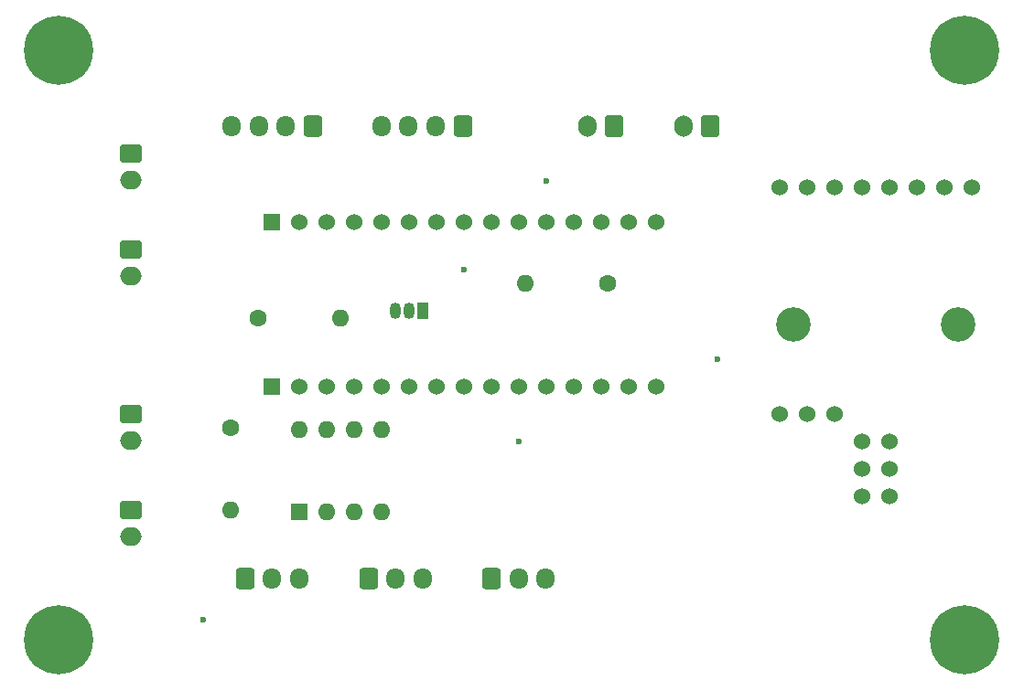
<source format=gbr>
%TF.GenerationSoftware,KiCad,Pcbnew,7.0.5*%
%TF.CreationDate,2023-08-26T23:21:22+09:00*%
%TF.ProjectId,Motherbord_Master,4d6f7468-6572-4626-9f72-645f4d617374,rev?*%
%TF.SameCoordinates,Original*%
%TF.FileFunction,Soldermask,Top*%
%TF.FilePolarity,Negative*%
%FSLAX46Y46*%
G04 Gerber Fmt 4.6, Leading zero omitted, Abs format (unit mm)*
G04 Created by KiCad (PCBNEW 7.0.5) date 2023-08-26 23:21:22*
%MOMM*%
%LPD*%
G01*
G04 APERTURE LIST*
G04 Aperture macros list*
%AMRoundRect*
0 Rectangle with rounded corners*
0 $1 Rounding radius*
0 $2 $3 $4 $5 $6 $7 $8 $9 X,Y pos of 4 corners*
0 Add a 4 corners polygon primitive as box body*
4,1,4,$2,$3,$4,$5,$6,$7,$8,$9,$2,$3,0*
0 Add four circle primitives for the rounded corners*
1,1,$1+$1,$2,$3*
1,1,$1+$1,$4,$5*
1,1,$1+$1,$6,$7*
1,1,$1+$1,$8,$9*
0 Add four rect primitives between the rounded corners*
20,1,$1+$1,$2,$3,$4,$5,0*
20,1,$1+$1,$4,$5,$6,$7,0*
20,1,$1+$1,$6,$7,$8,$9,0*
20,1,$1+$1,$8,$9,$2,$3,0*%
G04 Aperture macros list end*
%ADD10RoundRect,0.250000X0.600000X0.725000X-0.600000X0.725000X-0.600000X-0.725000X0.600000X-0.725000X0*%
%ADD11O,1.700000X1.950000*%
%ADD12C,0.800000*%
%ADD13C,6.400000*%
%ADD14RoundRect,0.250000X0.600000X0.750000X-0.600000X0.750000X-0.600000X-0.750000X0.600000X-0.750000X0*%
%ADD15O,1.700000X2.000000*%
%ADD16RoundRect,0.250000X-0.600000X-0.725000X0.600000X-0.725000X0.600000X0.725000X-0.600000X0.725000X0*%
%ADD17R,1.530000X1.530000*%
%ADD18C,1.530000*%
%ADD19RoundRect,0.250000X-0.750000X0.600000X-0.750000X-0.600000X0.750000X-0.600000X0.750000X0.600000X0*%
%ADD20O,2.000000X1.700000*%
%ADD21R,1.050000X1.500000*%
%ADD22O,1.050000X1.500000*%
%ADD23R,1.600000X1.600000*%
%ADD24O,1.600000X1.600000*%
%ADD25C,1.600000*%
%ADD26C,1.524000*%
%ADD27C,3.200000*%
%ADD28C,0.600000*%
G04 APERTURE END LIST*
D10*
%TO.C,J3*%
X148470000Y-72390000D03*
D11*
X145970000Y-72390000D03*
X143470000Y-72390000D03*
X140970000Y-72390000D03*
%TD*%
D12*
%TO.C,H2*%
X192545000Y-120015000D03*
X193247944Y-118317944D03*
X193247944Y-121712056D03*
X194945000Y-117615000D03*
D13*
X194945000Y-120015000D03*
D12*
X194945000Y-122415000D03*
X196642056Y-118317944D03*
X196642056Y-121712056D03*
X197345000Y-120015000D03*
%TD*%
D14*
%TO.C,J5*%
X162520000Y-72390000D03*
D15*
X160020000Y-72390000D03*
%TD*%
D16*
%TO.C,J9*%
X128350000Y-114300000D03*
D11*
X130850000Y-114300000D03*
X133350000Y-114300000D03*
%TD*%
D17*
%TO.C,U1*%
X130810000Y-96520000D03*
D18*
X133350000Y-96520000D03*
X135890000Y-96520000D03*
X138430000Y-96520000D03*
X140970000Y-96520000D03*
X143510000Y-96520000D03*
X146050000Y-96520000D03*
X148590000Y-96520000D03*
X151130000Y-96520000D03*
X153670000Y-96520000D03*
X156210000Y-96520000D03*
X158750000Y-96520000D03*
X161290000Y-96520000D03*
X163830000Y-96520000D03*
X166370000Y-96520000D03*
X166370000Y-81280000D03*
X163830000Y-81280000D03*
X161290000Y-81280000D03*
X158750000Y-81280000D03*
X156210000Y-81280000D03*
X153670000Y-81280000D03*
X151130000Y-81280000D03*
X148590000Y-81280000D03*
X146050000Y-81280000D03*
X143510000Y-81280000D03*
X140970000Y-81280000D03*
X138430000Y-81280000D03*
X135890000Y-81280000D03*
X133350000Y-81280000D03*
D17*
X130810000Y-81280000D03*
%TD*%
D12*
%TO.C,H4*%
X108725000Y-65405000D03*
X109427944Y-63707944D03*
X109427944Y-67102056D03*
X111125000Y-63005000D03*
D13*
X111125000Y-65405000D03*
D12*
X111125000Y-67805000D03*
X112822056Y-63707944D03*
X112822056Y-67102056D03*
X113525000Y-65405000D03*
%TD*%
D14*
%TO.C,J4*%
X171410000Y-72390000D03*
D15*
X168910000Y-72390000D03*
%TD*%
D19*
%TO.C,J1*%
X117750000Y-99080000D03*
D20*
X117750000Y-101580000D03*
%TD*%
D16*
%TO.C,J11*%
X151170000Y-114300000D03*
D11*
X153670000Y-114300000D03*
X156170000Y-114300000D03*
%TD*%
D19*
%TO.C,J15*%
X117750000Y-74950000D03*
D20*
X117750000Y-77450000D03*
%TD*%
D16*
%TO.C,J10*%
X139780000Y-114300000D03*
D11*
X142280000Y-114300000D03*
X144780000Y-114300000D03*
%TD*%
D21*
%TO.C,Q1*%
X144780000Y-89535000D03*
D22*
X143510000Y-89535000D03*
X142240000Y-89535000D03*
%TD*%
D12*
%TO.C,H1*%
X192545000Y-65405000D03*
X193247944Y-63707944D03*
X193247944Y-67102056D03*
X194945000Y-63005000D03*
D13*
X194945000Y-65405000D03*
D12*
X194945000Y-67805000D03*
X196642056Y-63707944D03*
X196642056Y-67102056D03*
X197345000Y-65405000D03*
%TD*%
%TO.C,H3*%
X108725000Y-120015000D03*
X109427944Y-118317944D03*
X109427944Y-121712056D03*
X111125000Y-117615000D03*
D13*
X111125000Y-120015000D03*
D12*
X111125000Y-122415000D03*
X112822056Y-118317944D03*
X112822056Y-121712056D03*
X113525000Y-120015000D03*
%TD*%
D23*
%TO.C,U2*%
X133360000Y-108180000D03*
D24*
X135900000Y-108180000D03*
X138440000Y-108180000D03*
X140980000Y-108180000D03*
X140980000Y-100560000D03*
X138440000Y-100560000D03*
X135900000Y-100560000D03*
X133360000Y-100560000D03*
%TD*%
D19*
%TO.C,J14*%
X117750000Y-83840000D03*
D20*
X117750000Y-86340000D03*
%TD*%
D10*
%TO.C,J7*%
X134620000Y-72390000D03*
D11*
X132120000Y-72390000D03*
X129620000Y-72390000D03*
X127120000Y-72390000D03*
%TD*%
D19*
%TO.C,J2*%
X117750000Y-107970000D03*
D20*
X117750000Y-110470000D03*
%TD*%
D25*
%TO.C,R3*%
X161925000Y-86995000D03*
D24*
X154305000Y-86995000D03*
%TD*%
D25*
%TO.C,R2*%
X129540000Y-90170000D03*
D24*
X137160000Y-90170000D03*
%TD*%
D26*
%TO.C,J16*%
X185420000Y-101600000D03*
X185420000Y-104140000D03*
X185420000Y-106680000D03*
X187960000Y-101600000D03*
X187960000Y-104140000D03*
X187960000Y-106680000D03*
X177800000Y-99060000D03*
X180340000Y-99060000D03*
X182880000Y-99060000D03*
%TD*%
D25*
%TO.C,R1*%
X127000000Y-100330000D03*
D24*
X127000000Y-107950000D03*
%TD*%
D27*
%TO.C,U3*%
X194310000Y-90805000D03*
X179070000Y-90805000D03*
D26*
X195580000Y-78105000D03*
X193040000Y-78105000D03*
X190500000Y-78105000D03*
X187960000Y-78105000D03*
X185420000Y-78105000D03*
X182880000Y-78105000D03*
X180340000Y-78105000D03*
X177800000Y-78105000D03*
%TD*%
D28*
X156210000Y-77470000D03*
X148590000Y-85725000D03*
X124460000Y-118110000D03*
X153670000Y-101600000D03*
X172085000Y-93980000D03*
M02*

</source>
